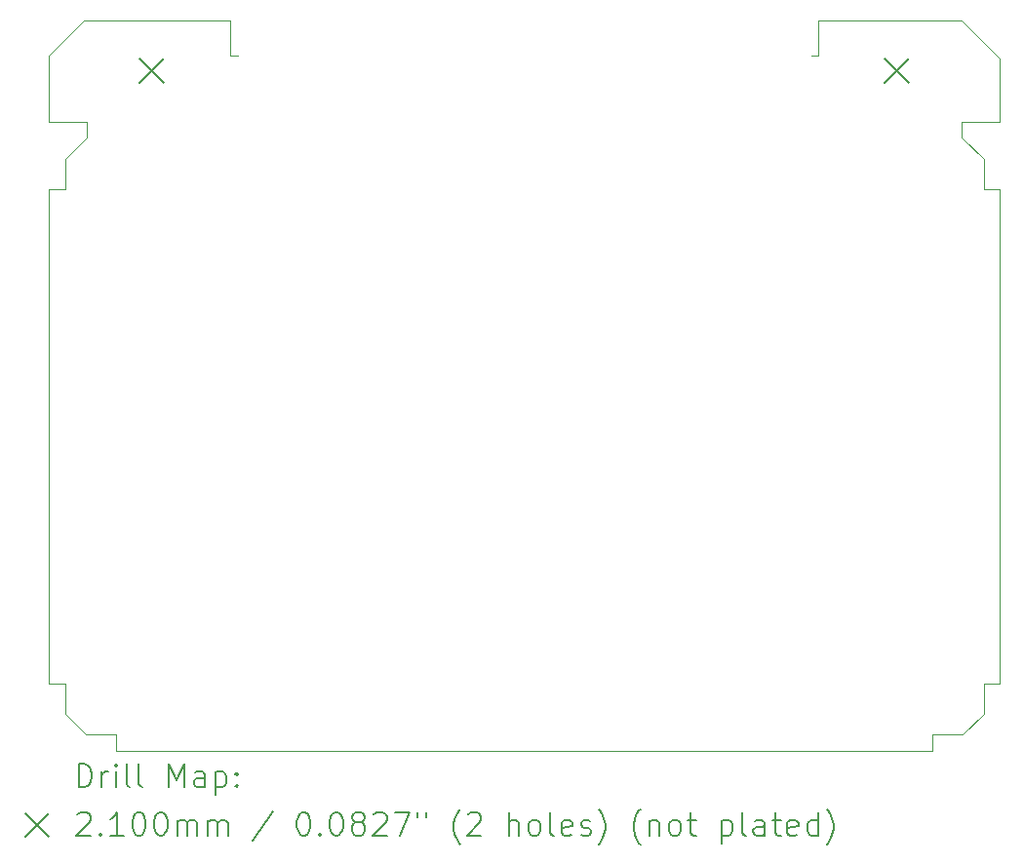
<source format=gbr>
%TF.GenerationSoftware,KiCad,Pcbnew,7.0.7*%
%TF.CreationDate,2024-02-09T16:11:03-08:00*%
%TF.ProjectId,JumperLuxRev2Breadboard,4a756d70-6572-44c7-9578-526576324272,rev?*%
%TF.SameCoordinates,Original*%
%TF.FileFunction,Drillmap*%
%TF.FilePolarity,Positive*%
%FSLAX45Y45*%
G04 Gerber Fmt 4.5, Leading zero omitted, Abs format (unit mm)*
G04 Created by KiCad (PCBNEW 7.0.7) date 2024-02-09 16:11:03*
%MOMM*%
%LPD*%
G01*
G04 APERTURE LIST*
%ADD10C,0.050000*%
%ADD11C,0.200000*%
%ADD12C,0.210000*%
G04 APERTURE END LIST*
D10*
X6362700Y-18148300D02*
X6362700Y-18409920D01*
X6807200Y-18592800D02*
X6807200Y-18732500D01*
X12903200Y-12700000D02*
X12903200Y-12395200D01*
X6223000Y-13855700D02*
X6223000Y-18148300D01*
X14147800Y-13406120D02*
X14147800Y-13271500D01*
X7861300Y-12700000D02*
X7797800Y-12700000D01*
X6527800Y-12395200D02*
X6223000Y-12700000D01*
X6553200Y-13403580D02*
X6362700Y-13594080D01*
X12903200Y-12395200D02*
X14147800Y-12395200D01*
X7797800Y-12395200D02*
X6527800Y-12395200D01*
X14478000Y-12725400D02*
X14478000Y-13271500D01*
X6362700Y-18409920D02*
X6545580Y-18592800D01*
X6807200Y-18732500D02*
X13893800Y-18732500D01*
X6362700Y-13855700D02*
X6223000Y-13855700D01*
X14478000Y-13855700D02*
X14338300Y-13855700D01*
X6223000Y-18148300D02*
X6362700Y-18148300D01*
X14478000Y-18148300D02*
X14478000Y-13855700D01*
X14152880Y-18592800D02*
X14338300Y-18407380D01*
X6553200Y-13271500D02*
X6223000Y-13271500D01*
X14338300Y-18148300D02*
X14478000Y-18148300D01*
X14338300Y-18407380D02*
X14338300Y-18148300D01*
X13893800Y-18592800D02*
X14152880Y-18592800D01*
X14338300Y-13855700D02*
X14338300Y-13596620D01*
X13893800Y-18732500D02*
X13893800Y-18592800D01*
X6223000Y-12700000D02*
X6223000Y-13271500D01*
X6362700Y-13853160D02*
X6362700Y-13855700D01*
X6545580Y-18592800D02*
X6807200Y-18592800D01*
X14338300Y-13596620D02*
X14147800Y-13406120D01*
X6362700Y-13594080D02*
X6362700Y-13853160D01*
X6553200Y-13403580D02*
X6553200Y-13271500D01*
X14147800Y-12395200D02*
X14478000Y-12725400D01*
X14147800Y-13271500D02*
X14478000Y-13271500D01*
X12839700Y-12700000D02*
X12903200Y-12700000D01*
X7797800Y-12700000D02*
X7797800Y-12395200D01*
D11*
D12*
X7007000Y-12722000D02*
X7217000Y-12932000D01*
X7217000Y-12722000D02*
X7007000Y-12932000D01*
X13481460Y-12722000D02*
X13691460Y-12932000D01*
X13691460Y-12722000D02*
X13481460Y-12932000D01*
D11*
X6481277Y-19046484D02*
X6481277Y-18846484D01*
X6481277Y-18846484D02*
X6528896Y-18846484D01*
X6528896Y-18846484D02*
X6557467Y-18856008D01*
X6557467Y-18856008D02*
X6576515Y-18875055D01*
X6576515Y-18875055D02*
X6586039Y-18894103D01*
X6586039Y-18894103D02*
X6595562Y-18932198D01*
X6595562Y-18932198D02*
X6595562Y-18960770D01*
X6595562Y-18960770D02*
X6586039Y-18998865D01*
X6586039Y-18998865D02*
X6576515Y-19017912D01*
X6576515Y-19017912D02*
X6557467Y-19036960D01*
X6557467Y-19036960D02*
X6528896Y-19046484D01*
X6528896Y-19046484D02*
X6481277Y-19046484D01*
X6681277Y-19046484D02*
X6681277Y-18913150D01*
X6681277Y-18951246D02*
X6690801Y-18932198D01*
X6690801Y-18932198D02*
X6700324Y-18922674D01*
X6700324Y-18922674D02*
X6719372Y-18913150D01*
X6719372Y-18913150D02*
X6738420Y-18913150D01*
X6805086Y-19046484D02*
X6805086Y-18913150D01*
X6805086Y-18846484D02*
X6795562Y-18856008D01*
X6795562Y-18856008D02*
X6805086Y-18865531D01*
X6805086Y-18865531D02*
X6814610Y-18856008D01*
X6814610Y-18856008D02*
X6805086Y-18846484D01*
X6805086Y-18846484D02*
X6805086Y-18865531D01*
X6928896Y-19046484D02*
X6909848Y-19036960D01*
X6909848Y-19036960D02*
X6900324Y-19017912D01*
X6900324Y-19017912D02*
X6900324Y-18846484D01*
X7033658Y-19046484D02*
X7014610Y-19036960D01*
X7014610Y-19036960D02*
X7005086Y-19017912D01*
X7005086Y-19017912D02*
X7005086Y-18846484D01*
X7262229Y-19046484D02*
X7262229Y-18846484D01*
X7262229Y-18846484D02*
X7328896Y-18989341D01*
X7328896Y-18989341D02*
X7395562Y-18846484D01*
X7395562Y-18846484D02*
X7395562Y-19046484D01*
X7576515Y-19046484D02*
X7576515Y-18941722D01*
X7576515Y-18941722D02*
X7566991Y-18922674D01*
X7566991Y-18922674D02*
X7547943Y-18913150D01*
X7547943Y-18913150D02*
X7509848Y-18913150D01*
X7509848Y-18913150D02*
X7490801Y-18922674D01*
X7576515Y-19036960D02*
X7557467Y-19046484D01*
X7557467Y-19046484D02*
X7509848Y-19046484D01*
X7509848Y-19046484D02*
X7490801Y-19036960D01*
X7490801Y-19036960D02*
X7481277Y-19017912D01*
X7481277Y-19017912D02*
X7481277Y-18998865D01*
X7481277Y-18998865D02*
X7490801Y-18979817D01*
X7490801Y-18979817D02*
X7509848Y-18970293D01*
X7509848Y-18970293D02*
X7557467Y-18970293D01*
X7557467Y-18970293D02*
X7576515Y-18960770D01*
X7671753Y-18913150D02*
X7671753Y-19113150D01*
X7671753Y-18922674D02*
X7690801Y-18913150D01*
X7690801Y-18913150D02*
X7728896Y-18913150D01*
X7728896Y-18913150D02*
X7747943Y-18922674D01*
X7747943Y-18922674D02*
X7757467Y-18932198D01*
X7757467Y-18932198D02*
X7766991Y-18951246D01*
X7766991Y-18951246D02*
X7766991Y-19008389D01*
X7766991Y-19008389D02*
X7757467Y-19027436D01*
X7757467Y-19027436D02*
X7747943Y-19036960D01*
X7747943Y-19036960D02*
X7728896Y-19046484D01*
X7728896Y-19046484D02*
X7690801Y-19046484D01*
X7690801Y-19046484D02*
X7671753Y-19036960D01*
X7852705Y-19027436D02*
X7862229Y-19036960D01*
X7862229Y-19036960D02*
X7852705Y-19046484D01*
X7852705Y-19046484D02*
X7843182Y-19036960D01*
X7843182Y-19036960D02*
X7852705Y-19027436D01*
X7852705Y-19027436D02*
X7852705Y-19046484D01*
X7852705Y-18922674D02*
X7862229Y-18932198D01*
X7862229Y-18932198D02*
X7852705Y-18941722D01*
X7852705Y-18941722D02*
X7843182Y-18932198D01*
X7843182Y-18932198D02*
X7852705Y-18922674D01*
X7852705Y-18922674D02*
X7852705Y-18941722D01*
X6020500Y-19275000D02*
X6220500Y-19475000D01*
X6220500Y-19275000D02*
X6020500Y-19475000D01*
X6471753Y-19285531D02*
X6481277Y-19276008D01*
X6481277Y-19276008D02*
X6500324Y-19266484D01*
X6500324Y-19266484D02*
X6547943Y-19266484D01*
X6547943Y-19266484D02*
X6566991Y-19276008D01*
X6566991Y-19276008D02*
X6576515Y-19285531D01*
X6576515Y-19285531D02*
X6586039Y-19304579D01*
X6586039Y-19304579D02*
X6586039Y-19323627D01*
X6586039Y-19323627D02*
X6576515Y-19352198D01*
X6576515Y-19352198D02*
X6462229Y-19466484D01*
X6462229Y-19466484D02*
X6586039Y-19466484D01*
X6671753Y-19447436D02*
X6681277Y-19456960D01*
X6681277Y-19456960D02*
X6671753Y-19466484D01*
X6671753Y-19466484D02*
X6662229Y-19456960D01*
X6662229Y-19456960D02*
X6671753Y-19447436D01*
X6671753Y-19447436D02*
X6671753Y-19466484D01*
X6871753Y-19466484D02*
X6757467Y-19466484D01*
X6814610Y-19466484D02*
X6814610Y-19266484D01*
X6814610Y-19266484D02*
X6795562Y-19295055D01*
X6795562Y-19295055D02*
X6776515Y-19314103D01*
X6776515Y-19314103D02*
X6757467Y-19323627D01*
X6995562Y-19266484D02*
X7014610Y-19266484D01*
X7014610Y-19266484D02*
X7033658Y-19276008D01*
X7033658Y-19276008D02*
X7043182Y-19285531D01*
X7043182Y-19285531D02*
X7052705Y-19304579D01*
X7052705Y-19304579D02*
X7062229Y-19342674D01*
X7062229Y-19342674D02*
X7062229Y-19390293D01*
X7062229Y-19390293D02*
X7052705Y-19428389D01*
X7052705Y-19428389D02*
X7043182Y-19447436D01*
X7043182Y-19447436D02*
X7033658Y-19456960D01*
X7033658Y-19456960D02*
X7014610Y-19466484D01*
X7014610Y-19466484D02*
X6995562Y-19466484D01*
X6995562Y-19466484D02*
X6976515Y-19456960D01*
X6976515Y-19456960D02*
X6966991Y-19447436D01*
X6966991Y-19447436D02*
X6957467Y-19428389D01*
X6957467Y-19428389D02*
X6947943Y-19390293D01*
X6947943Y-19390293D02*
X6947943Y-19342674D01*
X6947943Y-19342674D02*
X6957467Y-19304579D01*
X6957467Y-19304579D02*
X6966991Y-19285531D01*
X6966991Y-19285531D02*
X6976515Y-19276008D01*
X6976515Y-19276008D02*
X6995562Y-19266484D01*
X7186039Y-19266484D02*
X7205086Y-19266484D01*
X7205086Y-19266484D02*
X7224134Y-19276008D01*
X7224134Y-19276008D02*
X7233658Y-19285531D01*
X7233658Y-19285531D02*
X7243182Y-19304579D01*
X7243182Y-19304579D02*
X7252705Y-19342674D01*
X7252705Y-19342674D02*
X7252705Y-19390293D01*
X7252705Y-19390293D02*
X7243182Y-19428389D01*
X7243182Y-19428389D02*
X7233658Y-19447436D01*
X7233658Y-19447436D02*
X7224134Y-19456960D01*
X7224134Y-19456960D02*
X7205086Y-19466484D01*
X7205086Y-19466484D02*
X7186039Y-19466484D01*
X7186039Y-19466484D02*
X7166991Y-19456960D01*
X7166991Y-19456960D02*
X7157467Y-19447436D01*
X7157467Y-19447436D02*
X7147943Y-19428389D01*
X7147943Y-19428389D02*
X7138420Y-19390293D01*
X7138420Y-19390293D02*
X7138420Y-19342674D01*
X7138420Y-19342674D02*
X7147943Y-19304579D01*
X7147943Y-19304579D02*
X7157467Y-19285531D01*
X7157467Y-19285531D02*
X7166991Y-19276008D01*
X7166991Y-19276008D02*
X7186039Y-19266484D01*
X7338420Y-19466484D02*
X7338420Y-19333150D01*
X7338420Y-19352198D02*
X7347943Y-19342674D01*
X7347943Y-19342674D02*
X7366991Y-19333150D01*
X7366991Y-19333150D02*
X7395563Y-19333150D01*
X7395563Y-19333150D02*
X7414610Y-19342674D01*
X7414610Y-19342674D02*
X7424134Y-19361722D01*
X7424134Y-19361722D02*
X7424134Y-19466484D01*
X7424134Y-19361722D02*
X7433658Y-19342674D01*
X7433658Y-19342674D02*
X7452705Y-19333150D01*
X7452705Y-19333150D02*
X7481277Y-19333150D01*
X7481277Y-19333150D02*
X7500324Y-19342674D01*
X7500324Y-19342674D02*
X7509848Y-19361722D01*
X7509848Y-19361722D02*
X7509848Y-19466484D01*
X7605086Y-19466484D02*
X7605086Y-19333150D01*
X7605086Y-19352198D02*
X7614610Y-19342674D01*
X7614610Y-19342674D02*
X7633658Y-19333150D01*
X7633658Y-19333150D02*
X7662229Y-19333150D01*
X7662229Y-19333150D02*
X7681277Y-19342674D01*
X7681277Y-19342674D02*
X7690801Y-19361722D01*
X7690801Y-19361722D02*
X7690801Y-19466484D01*
X7690801Y-19361722D02*
X7700324Y-19342674D01*
X7700324Y-19342674D02*
X7719372Y-19333150D01*
X7719372Y-19333150D02*
X7747943Y-19333150D01*
X7747943Y-19333150D02*
X7766991Y-19342674D01*
X7766991Y-19342674D02*
X7776515Y-19361722D01*
X7776515Y-19361722D02*
X7776515Y-19466484D01*
X8166991Y-19256960D02*
X7995563Y-19514103D01*
X8424134Y-19266484D02*
X8443182Y-19266484D01*
X8443182Y-19266484D02*
X8462229Y-19276008D01*
X8462229Y-19276008D02*
X8471753Y-19285531D01*
X8471753Y-19285531D02*
X8481277Y-19304579D01*
X8481277Y-19304579D02*
X8490801Y-19342674D01*
X8490801Y-19342674D02*
X8490801Y-19390293D01*
X8490801Y-19390293D02*
X8481277Y-19428389D01*
X8481277Y-19428389D02*
X8471753Y-19447436D01*
X8471753Y-19447436D02*
X8462229Y-19456960D01*
X8462229Y-19456960D02*
X8443182Y-19466484D01*
X8443182Y-19466484D02*
X8424134Y-19466484D01*
X8424134Y-19466484D02*
X8405087Y-19456960D01*
X8405087Y-19456960D02*
X8395563Y-19447436D01*
X8395563Y-19447436D02*
X8386039Y-19428389D01*
X8386039Y-19428389D02*
X8376515Y-19390293D01*
X8376515Y-19390293D02*
X8376515Y-19342674D01*
X8376515Y-19342674D02*
X8386039Y-19304579D01*
X8386039Y-19304579D02*
X8395563Y-19285531D01*
X8395563Y-19285531D02*
X8405087Y-19276008D01*
X8405087Y-19276008D02*
X8424134Y-19266484D01*
X8576515Y-19447436D02*
X8586039Y-19456960D01*
X8586039Y-19456960D02*
X8576515Y-19466484D01*
X8576515Y-19466484D02*
X8566991Y-19456960D01*
X8566991Y-19456960D02*
X8576515Y-19447436D01*
X8576515Y-19447436D02*
X8576515Y-19466484D01*
X8709848Y-19266484D02*
X8728896Y-19266484D01*
X8728896Y-19266484D02*
X8747944Y-19276008D01*
X8747944Y-19276008D02*
X8757468Y-19285531D01*
X8757468Y-19285531D02*
X8766991Y-19304579D01*
X8766991Y-19304579D02*
X8776515Y-19342674D01*
X8776515Y-19342674D02*
X8776515Y-19390293D01*
X8776515Y-19390293D02*
X8766991Y-19428389D01*
X8766991Y-19428389D02*
X8757468Y-19447436D01*
X8757468Y-19447436D02*
X8747944Y-19456960D01*
X8747944Y-19456960D02*
X8728896Y-19466484D01*
X8728896Y-19466484D02*
X8709848Y-19466484D01*
X8709848Y-19466484D02*
X8690801Y-19456960D01*
X8690801Y-19456960D02*
X8681277Y-19447436D01*
X8681277Y-19447436D02*
X8671753Y-19428389D01*
X8671753Y-19428389D02*
X8662229Y-19390293D01*
X8662229Y-19390293D02*
X8662229Y-19342674D01*
X8662229Y-19342674D02*
X8671753Y-19304579D01*
X8671753Y-19304579D02*
X8681277Y-19285531D01*
X8681277Y-19285531D02*
X8690801Y-19276008D01*
X8690801Y-19276008D02*
X8709848Y-19266484D01*
X8890801Y-19352198D02*
X8871753Y-19342674D01*
X8871753Y-19342674D02*
X8862229Y-19333150D01*
X8862229Y-19333150D02*
X8852706Y-19314103D01*
X8852706Y-19314103D02*
X8852706Y-19304579D01*
X8852706Y-19304579D02*
X8862229Y-19285531D01*
X8862229Y-19285531D02*
X8871753Y-19276008D01*
X8871753Y-19276008D02*
X8890801Y-19266484D01*
X8890801Y-19266484D02*
X8928896Y-19266484D01*
X8928896Y-19266484D02*
X8947944Y-19276008D01*
X8947944Y-19276008D02*
X8957468Y-19285531D01*
X8957468Y-19285531D02*
X8966991Y-19304579D01*
X8966991Y-19304579D02*
X8966991Y-19314103D01*
X8966991Y-19314103D02*
X8957468Y-19333150D01*
X8957468Y-19333150D02*
X8947944Y-19342674D01*
X8947944Y-19342674D02*
X8928896Y-19352198D01*
X8928896Y-19352198D02*
X8890801Y-19352198D01*
X8890801Y-19352198D02*
X8871753Y-19361722D01*
X8871753Y-19361722D02*
X8862229Y-19371246D01*
X8862229Y-19371246D02*
X8852706Y-19390293D01*
X8852706Y-19390293D02*
X8852706Y-19428389D01*
X8852706Y-19428389D02*
X8862229Y-19447436D01*
X8862229Y-19447436D02*
X8871753Y-19456960D01*
X8871753Y-19456960D02*
X8890801Y-19466484D01*
X8890801Y-19466484D02*
X8928896Y-19466484D01*
X8928896Y-19466484D02*
X8947944Y-19456960D01*
X8947944Y-19456960D02*
X8957468Y-19447436D01*
X8957468Y-19447436D02*
X8966991Y-19428389D01*
X8966991Y-19428389D02*
X8966991Y-19390293D01*
X8966991Y-19390293D02*
X8957468Y-19371246D01*
X8957468Y-19371246D02*
X8947944Y-19361722D01*
X8947944Y-19361722D02*
X8928896Y-19352198D01*
X9043182Y-19285531D02*
X9052706Y-19276008D01*
X9052706Y-19276008D02*
X9071753Y-19266484D01*
X9071753Y-19266484D02*
X9119372Y-19266484D01*
X9119372Y-19266484D02*
X9138420Y-19276008D01*
X9138420Y-19276008D02*
X9147944Y-19285531D01*
X9147944Y-19285531D02*
X9157468Y-19304579D01*
X9157468Y-19304579D02*
X9157468Y-19323627D01*
X9157468Y-19323627D02*
X9147944Y-19352198D01*
X9147944Y-19352198D02*
X9033658Y-19466484D01*
X9033658Y-19466484D02*
X9157468Y-19466484D01*
X9224134Y-19266484D02*
X9357468Y-19266484D01*
X9357468Y-19266484D02*
X9271753Y-19466484D01*
X9424134Y-19266484D02*
X9424134Y-19304579D01*
X9500325Y-19266484D02*
X9500325Y-19304579D01*
X9795563Y-19542674D02*
X9786039Y-19533150D01*
X9786039Y-19533150D02*
X9766991Y-19504579D01*
X9766991Y-19504579D02*
X9757468Y-19485531D01*
X9757468Y-19485531D02*
X9747944Y-19456960D01*
X9747944Y-19456960D02*
X9738420Y-19409341D01*
X9738420Y-19409341D02*
X9738420Y-19371246D01*
X9738420Y-19371246D02*
X9747944Y-19323627D01*
X9747944Y-19323627D02*
X9757468Y-19295055D01*
X9757468Y-19295055D02*
X9766991Y-19276008D01*
X9766991Y-19276008D02*
X9786039Y-19247436D01*
X9786039Y-19247436D02*
X9795563Y-19237912D01*
X9862230Y-19285531D02*
X9871753Y-19276008D01*
X9871753Y-19276008D02*
X9890801Y-19266484D01*
X9890801Y-19266484D02*
X9938420Y-19266484D01*
X9938420Y-19266484D02*
X9957468Y-19276008D01*
X9957468Y-19276008D02*
X9966991Y-19285531D01*
X9966991Y-19285531D02*
X9976515Y-19304579D01*
X9976515Y-19304579D02*
X9976515Y-19323627D01*
X9976515Y-19323627D02*
X9966991Y-19352198D01*
X9966991Y-19352198D02*
X9852706Y-19466484D01*
X9852706Y-19466484D02*
X9976515Y-19466484D01*
X10214611Y-19466484D02*
X10214611Y-19266484D01*
X10300325Y-19466484D02*
X10300325Y-19361722D01*
X10300325Y-19361722D02*
X10290801Y-19342674D01*
X10290801Y-19342674D02*
X10271753Y-19333150D01*
X10271753Y-19333150D02*
X10243182Y-19333150D01*
X10243182Y-19333150D02*
X10224134Y-19342674D01*
X10224134Y-19342674D02*
X10214611Y-19352198D01*
X10424134Y-19466484D02*
X10405087Y-19456960D01*
X10405087Y-19456960D02*
X10395563Y-19447436D01*
X10395563Y-19447436D02*
X10386039Y-19428389D01*
X10386039Y-19428389D02*
X10386039Y-19371246D01*
X10386039Y-19371246D02*
X10395563Y-19352198D01*
X10395563Y-19352198D02*
X10405087Y-19342674D01*
X10405087Y-19342674D02*
X10424134Y-19333150D01*
X10424134Y-19333150D02*
X10452706Y-19333150D01*
X10452706Y-19333150D02*
X10471753Y-19342674D01*
X10471753Y-19342674D02*
X10481277Y-19352198D01*
X10481277Y-19352198D02*
X10490801Y-19371246D01*
X10490801Y-19371246D02*
X10490801Y-19428389D01*
X10490801Y-19428389D02*
X10481277Y-19447436D01*
X10481277Y-19447436D02*
X10471753Y-19456960D01*
X10471753Y-19456960D02*
X10452706Y-19466484D01*
X10452706Y-19466484D02*
X10424134Y-19466484D01*
X10605087Y-19466484D02*
X10586039Y-19456960D01*
X10586039Y-19456960D02*
X10576515Y-19437912D01*
X10576515Y-19437912D02*
X10576515Y-19266484D01*
X10757468Y-19456960D02*
X10738420Y-19466484D01*
X10738420Y-19466484D02*
X10700325Y-19466484D01*
X10700325Y-19466484D02*
X10681277Y-19456960D01*
X10681277Y-19456960D02*
X10671753Y-19437912D01*
X10671753Y-19437912D02*
X10671753Y-19361722D01*
X10671753Y-19361722D02*
X10681277Y-19342674D01*
X10681277Y-19342674D02*
X10700325Y-19333150D01*
X10700325Y-19333150D02*
X10738420Y-19333150D01*
X10738420Y-19333150D02*
X10757468Y-19342674D01*
X10757468Y-19342674D02*
X10766992Y-19361722D01*
X10766992Y-19361722D02*
X10766992Y-19380770D01*
X10766992Y-19380770D02*
X10671753Y-19399817D01*
X10843182Y-19456960D02*
X10862230Y-19466484D01*
X10862230Y-19466484D02*
X10900325Y-19466484D01*
X10900325Y-19466484D02*
X10919373Y-19456960D01*
X10919373Y-19456960D02*
X10928896Y-19437912D01*
X10928896Y-19437912D02*
X10928896Y-19428389D01*
X10928896Y-19428389D02*
X10919373Y-19409341D01*
X10919373Y-19409341D02*
X10900325Y-19399817D01*
X10900325Y-19399817D02*
X10871753Y-19399817D01*
X10871753Y-19399817D02*
X10852706Y-19390293D01*
X10852706Y-19390293D02*
X10843182Y-19371246D01*
X10843182Y-19371246D02*
X10843182Y-19361722D01*
X10843182Y-19361722D02*
X10852706Y-19342674D01*
X10852706Y-19342674D02*
X10871753Y-19333150D01*
X10871753Y-19333150D02*
X10900325Y-19333150D01*
X10900325Y-19333150D02*
X10919373Y-19342674D01*
X10995563Y-19542674D02*
X11005087Y-19533150D01*
X11005087Y-19533150D02*
X11024134Y-19504579D01*
X11024134Y-19504579D02*
X11033658Y-19485531D01*
X11033658Y-19485531D02*
X11043182Y-19456960D01*
X11043182Y-19456960D02*
X11052706Y-19409341D01*
X11052706Y-19409341D02*
X11052706Y-19371246D01*
X11052706Y-19371246D02*
X11043182Y-19323627D01*
X11043182Y-19323627D02*
X11033658Y-19295055D01*
X11033658Y-19295055D02*
X11024134Y-19276008D01*
X11024134Y-19276008D02*
X11005087Y-19247436D01*
X11005087Y-19247436D02*
X10995563Y-19237912D01*
X11357468Y-19542674D02*
X11347944Y-19533150D01*
X11347944Y-19533150D02*
X11328896Y-19504579D01*
X11328896Y-19504579D02*
X11319372Y-19485531D01*
X11319372Y-19485531D02*
X11309849Y-19456960D01*
X11309849Y-19456960D02*
X11300325Y-19409341D01*
X11300325Y-19409341D02*
X11300325Y-19371246D01*
X11300325Y-19371246D02*
X11309849Y-19323627D01*
X11309849Y-19323627D02*
X11319372Y-19295055D01*
X11319372Y-19295055D02*
X11328896Y-19276008D01*
X11328896Y-19276008D02*
X11347944Y-19247436D01*
X11347944Y-19247436D02*
X11357468Y-19237912D01*
X11433658Y-19333150D02*
X11433658Y-19466484D01*
X11433658Y-19352198D02*
X11443182Y-19342674D01*
X11443182Y-19342674D02*
X11462230Y-19333150D01*
X11462230Y-19333150D02*
X11490801Y-19333150D01*
X11490801Y-19333150D02*
X11509849Y-19342674D01*
X11509849Y-19342674D02*
X11519372Y-19361722D01*
X11519372Y-19361722D02*
X11519372Y-19466484D01*
X11643182Y-19466484D02*
X11624134Y-19456960D01*
X11624134Y-19456960D02*
X11614611Y-19447436D01*
X11614611Y-19447436D02*
X11605087Y-19428389D01*
X11605087Y-19428389D02*
X11605087Y-19371246D01*
X11605087Y-19371246D02*
X11614611Y-19352198D01*
X11614611Y-19352198D02*
X11624134Y-19342674D01*
X11624134Y-19342674D02*
X11643182Y-19333150D01*
X11643182Y-19333150D02*
X11671753Y-19333150D01*
X11671753Y-19333150D02*
X11690801Y-19342674D01*
X11690801Y-19342674D02*
X11700325Y-19352198D01*
X11700325Y-19352198D02*
X11709849Y-19371246D01*
X11709849Y-19371246D02*
X11709849Y-19428389D01*
X11709849Y-19428389D02*
X11700325Y-19447436D01*
X11700325Y-19447436D02*
X11690801Y-19456960D01*
X11690801Y-19456960D02*
X11671753Y-19466484D01*
X11671753Y-19466484D02*
X11643182Y-19466484D01*
X11766992Y-19333150D02*
X11843182Y-19333150D01*
X11795563Y-19266484D02*
X11795563Y-19437912D01*
X11795563Y-19437912D02*
X11805087Y-19456960D01*
X11805087Y-19456960D02*
X11824134Y-19466484D01*
X11824134Y-19466484D02*
X11843182Y-19466484D01*
X12062230Y-19333150D02*
X12062230Y-19533150D01*
X12062230Y-19342674D02*
X12081277Y-19333150D01*
X12081277Y-19333150D02*
X12119373Y-19333150D01*
X12119373Y-19333150D02*
X12138420Y-19342674D01*
X12138420Y-19342674D02*
X12147944Y-19352198D01*
X12147944Y-19352198D02*
X12157468Y-19371246D01*
X12157468Y-19371246D02*
X12157468Y-19428389D01*
X12157468Y-19428389D02*
X12147944Y-19447436D01*
X12147944Y-19447436D02*
X12138420Y-19456960D01*
X12138420Y-19456960D02*
X12119373Y-19466484D01*
X12119373Y-19466484D02*
X12081277Y-19466484D01*
X12081277Y-19466484D02*
X12062230Y-19456960D01*
X12271753Y-19466484D02*
X12252706Y-19456960D01*
X12252706Y-19456960D02*
X12243182Y-19437912D01*
X12243182Y-19437912D02*
X12243182Y-19266484D01*
X12433658Y-19466484D02*
X12433658Y-19361722D01*
X12433658Y-19361722D02*
X12424134Y-19342674D01*
X12424134Y-19342674D02*
X12405087Y-19333150D01*
X12405087Y-19333150D02*
X12366992Y-19333150D01*
X12366992Y-19333150D02*
X12347944Y-19342674D01*
X12433658Y-19456960D02*
X12414611Y-19466484D01*
X12414611Y-19466484D02*
X12366992Y-19466484D01*
X12366992Y-19466484D02*
X12347944Y-19456960D01*
X12347944Y-19456960D02*
X12338420Y-19437912D01*
X12338420Y-19437912D02*
X12338420Y-19418865D01*
X12338420Y-19418865D02*
X12347944Y-19399817D01*
X12347944Y-19399817D02*
X12366992Y-19390293D01*
X12366992Y-19390293D02*
X12414611Y-19390293D01*
X12414611Y-19390293D02*
X12433658Y-19380770D01*
X12500325Y-19333150D02*
X12576515Y-19333150D01*
X12528896Y-19266484D02*
X12528896Y-19437912D01*
X12528896Y-19437912D02*
X12538420Y-19456960D01*
X12538420Y-19456960D02*
X12557468Y-19466484D01*
X12557468Y-19466484D02*
X12576515Y-19466484D01*
X12719373Y-19456960D02*
X12700325Y-19466484D01*
X12700325Y-19466484D02*
X12662230Y-19466484D01*
X12662230Y-19466484D02*
X12643182Y-19456960D01*
X12643182Y-19456960D02*
X12633658Y-19437912D01*
X12633658Y-19437912D02*
X12633658Y-19361722D01*
X12633658Y-19361722D02*
X12643182Y-19342674D01*
X12643182Y-19342674D02*
X12662230Y-19333150D01*
X12662230Y-19333150D02*
X12700325Y-19333150D01*
X12700325Y-19333150D02*
X12719373Y-19342674D01*
X12719373Y-19342674D02*
X12728896Y-19361722D01*
X12728896Y-19361722D02*
X12728896Y-19380770D01*
X12728896Y-19380770D02*
X12633658Y-19399817D01*
X12900325Y-19466484D02*
X12900325Y-19266484D01*
X12900325Y-19456960D02*
X12881277Y-19466484D01*
X12881277Y-19466484D02*
X12843182Y-19466484D01*
X12843182Y-19466484D02*
X12824134Y-19456960D01*
X12824134Y-19456960D02*
X12814611Y-19447436D01*
X12814611Y-19447436D02*
X12805087Y-19428389D01*
X12805087Y-19428389D02*
X12805087Y-19371246D01*
X12805087Y-19371246D02*
X12814611Y-19352198D01*
X12814611Y-19352198D02*
X12824134Y-19342674D01*
X12824134Y-19342674D02*
X12843182Y-19333150D01*
X12843182Y-19333150D02*
X12881277Y-19333150D01*
X12881277Y-19333150D02*
X12900325Y-19342674D01*
X12976515Y-19542674D02*
X12986039Y-19533150D01*
X12986039Y-19533150D02*
X13005087Y-19504579D01*
X13005087Y-19504579D02*
X13014611Y-19485531D01*
X13014611Y-19485531D02*
X13024134Y-19456960D01*
X13024134Y-19456960D02*
X13033658Y-19409341D01*
X13033658Y-19409341D02*
X13033658Y-19371246D01*
X13033658Y-19371246D02*
X13024134Y-19323627D01*
X13024134Y-19323627D02*
X13014611Y-19295055D01*
X13014611Y-19295055D02*
X13005087Y-19276008D01*
X13005087Y-19276008D02*
X12986039Y-19247436D01*
X12986039Y-19247436D02*
X12976515Y-19237912D01*
M02*

</source>
